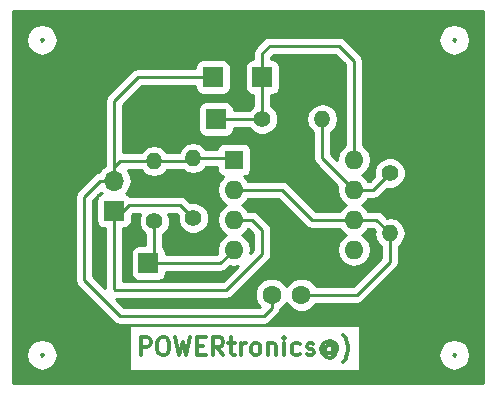
<source format=gbr>
G04 #@! TF.FileFunction,Copper,L2,Bot,Signal*
%FSLAX46Y46*%
G04 Gerber Fmt 4.6, Leading zero omitted, Abs format (unit mm)*
G04 Created by KiCad (PCBNEW 4.0.5) date 11/10/19 13:48:04*
%MOMM*%
%LPD*%
G01*
G04 APERTURE LIST*
%ADD10C,0.100000*%
%ADD11C,0.300000*%
%ADD12C,1.600000*%
%ADD13R,1.700000X1.700000*%
%ADD14C,1.400000*%
%ADD15O,1.400000X1.400000*%
%ADD16O,1.700000X1.700000*%
%ADD17R,1.600000X1.600000*%
%ADD18O,1.600000X1.600000*%
%ADD19C,0.250000*%
%ADD20C,0.254000*%
G04 APERTURE END LIST*
D10*
D11*
X141074286Y-121963571D02*
X141074286Y-120463571D01*
X141645714Y-120463571D01*
X141788572Y-120535000D01*
X141860000Y-120606429D01*
X141931429Y-120749286D01*
X141931429Y-120963571D01*
X141860000Y-121106429D01*
X141788572Y-121177857D01*
X141645714Y-121249286D01*
X141074286Y-121249286D01*
X142860000Y-120463571D02*
X143145714Y-120463571D01*
X143288572Y-120535000D01*
X143431429Y-120677857D01*
X143502857Y-120963571D01*
X143502857Y-121463571D01*
X143431429Y-121749286D01*
X143288572Y-121892143D01*
X143145714Y-121963571D01*
X142860000Y-121963571D01*
X142717143Y-121892143D01*
X142574286Y-121749286D01*
X142502857Y-121463571D01*
X142502857Y-120963571D01*
X142574286Y-120677857D01*
X142717143Y-120535000D01*
X142860000Y-120463571D01*
X144002858Y-120463571D02*
X144360001Y-121963571D01*
X144645715Y-120892143D01*
X144931429Y-121963571D01*
X145288572Y-120463571D01*
X145860001Y-121177857D02*
X146360001Y-121177857D01*
X146574287Y-121963571D02*
X145860001Y-121963571D01*
X145860001Y-120463571D01*
X146574287Y-120463571D01*
X148074287Y-121963571D02*
X147574287Y-121249286D01*
X147217144Y-121963571D02*
X147217144Y-120463571D01*
X147788572Y-120463571D01*
X147931430Y-120535000D01*
X148002858Y-120606429D01*
X148074287Y-120749286D01*
X148074287Y-120963571D01*
X148002858Y-121106429D01*
X147931430Y-121177857D01*
X147788572Y-121249286D01*
X147217144Y-121249286D01*
X148502858Y-120963571D02*
X149074287Y-120963571D01*
X148717144Y-120463571D02*
X148717144Y-121749286D01*
X148788572Y-121892143D01*
X148931430Y-121963571D01*
X149074287Y-121963571D01*
X149574287Y-121963571D02*
X149574287Y-120963571D01*
X149574287Y-121249286D02*
X149645715Y-121106429D01*
X149717144Y-121035000D01*
X149860001Y-120963571D01*
X150002858Y-120963571D01*
X150717144Y-121963571D02*
X150574286Y-121892143D01*
X150502858Y-121820714D01*
X150431429Y-121677857D01*
X150431429Y-121249286D01*
X150502858Y-121106429D01*
X150574286Y-121035000D01*
X150717144Y-120963571D01*
X150931429Y-120963571D01*
X151074286Y-121035000D01*
X151145715Y-121106429D01*
X151217144Y-121249286D01*
X151217144Y-121677857D01*
X151145715Y-121820714D01*
X151074286Y-121892143D01*
X150931429Y-121963571D01*
X150717144Y-121963571D01*
X151860001Y-120963571D02*
X151860001Y-121963571D01*
X151860001Y-121106429D02*
X151931429Y-121035000D01*
X152074287Y-120963571D01*
X152288572Y-120963571D01*
X152431429Y-121035000D01*
X152502858Y-121177857D01*
X152502858Y-121963571D01*
X153217144Y-121963571D02*
X153217144Y-120963571D01*
X153217144Y-120463571D02*
X153145715Y-120535000D01*
X153217144Y-120606429D01*
X153288572Y-120535000D01*
X153217144Y-120463571D01*
X153217144Y-120606429D01*
X154574287Y-121892143D02*
X154431430Y-121963571D01*
X154145716Y-121963571D01*
X154002858Y-121892143D01*
X153931430Y-121820714D01*
X153860001Y-121677857D01*
X153860001Y-121249286D01*
X153931430Y-121106429D01*
X154002858Y-121035000D01*
X154145716Y-120963571D01*
X154431430Y-120963571D01*
X154574287Y-121035000D01*
X155145715Y-121892143D02*
X155288572Y-121963571D01*
X155574287Y-121963571D01*
X155717144Y-121892143D01*
X155788572Y-121749286D01*
X155788572Y-121677857D01*
X155717144Y-121535000D01*
X155574287Y-121463571D01*
X155360001Y-121463571D01*
X155217144Y-121392143D01*
X155145715Y-121249286D01*
X155145715Y-121177857D01*
X155217144Y-121035000D01*
X155360001Y-120963571D01*
X155574287Y-120963571D01*
X155717144Y-121035000D01*
X157360001Y-121249286D02*
X157288573Y-121177857D01*
X157145716Y-121106429D01*
X157002858Y-121106429D01*
X156860001Y-121177857D01*
X156788573Y-121249286D01*
X156717144Y-121392143D01*
X156717144Y-121535000D01*
X156788573Y-121677857D01*
X156860001Y-121749286D01*
X157002858Y-121820714D01*
X157145716Y-121820714D01*
X157288573Y-121749286D01*
X157360001Y-121677857D01*
X157360001Y-121106429D02*
X157360001Y-121677857D01*
X157431430Y-121749286D01*
X157502858Y-121749286D01*
X157645716Y-121677857D01*
X157717144Y-121535000D01*
X157717144Y-121177857D01*
X157574287Y-120963571D01*
X157360001Y-120820714D01*
X157074287Y-120749286D01*
X156788573Y-120820714D01*
X156574287Y-120963571D01*
X156431430Y-121177857D01*
X156360001Y-121463571D01*
X156431430Y-121749286D01*
X156574287Y-121963571D01*
X156788573Y-122106429D01*
X157074287Y-122177857D01*
X157360001Y-122106429D01*
X157574287Y-121963571D01*
X158217144Y-122535000D02*
X158288572Y-122463571D01*
X158431429Y-122249286D01*
X158502858Y-122106429D01*
X158574287Y-121892143D01*
X158645715Y-121535000D01*
X158645715Y-121249286D01*
X158574287Y-120892143D01*
X158502858Y-120677857D01*
X158431429Y-120535000D01*
X158288572Y-120320714D01*
X158217144Y-120249286D01*
D12*
X154686000Y-116840000D03*
X152186000Y-116840000D03*
D13*
X147193000Y-98425000D03*
X141732000Y-114173000D03*
X147447000Y-101981000D03*
D14*
X151384000Y-101981000D03*
D15*
X156464000Y-101981000D03*
D14*
X142240000Y-110617000D03*
D15*
X142240000Y-105537000D03*
D14*
X162179000Y-106553000D03*
D15*
X162179000Y-111633000D03*
D14*
X145542000Y-110363000D03*
D15*
X145542000Y-105283000D03*
D13*
X138811000Y-109728000D03*
D16*
X138811000Y-107188000D03*
D17*
X148971000Y-105410000D03*
D18*
X159131000Y-113030000D03*
X148971000Y-107950000D03*
X159131000Y-110490000D03*
X148971000Y-110490000D03*
X159131000Y-107950000D03*
X148971000Y-113030000D03*
X159131000Y-105410000D03*
D13*
X151384000Y-98425000D03*
D19*
X154686000Y-116840000D02*
X159385000Y-116840000D01*
X162179000Y-114046000D02*
X162179000Y-111633000D01*
X159385000Y-116840000D02*
X162179000Y-114046000D01*
X148971000Y-107950000D02*
X153035000Y-107950000D01*
X155575000Y-110490000D02*
X159131000Y-110490000D01*
X153035000Y-107950000D02*
X155575000Y-110490000D01*
X159131000Y-110490000D02*
X161036000Y-110490000D01*
X161036000Y-110490000D02*
X162179000Y-111633000D01*
X152186000Y-116840000D02*
X152186000Y-117943000D01*
X137668000Y-107188000D02*
X138811000Y-107188000D01*
X136271000Y-108585000D02*
X137668000Y-107188000D01*
X136271000Y-115570000D02*
X136271000Y-108585000D01*
X139319000Y-118618000D02*
X136271000Y-115570000D01*
X151511000Y-118618000D02*
X139319000Y-118618000D01*
X152186000Y-117943000D02*
X151511000Y-118618000D01*
X147193000Y-98425000D02*
X140843000Y-98425000D01*
X138811000Y-100457000D02*
X138811000Y-107188000D01*
X140843000Y-98425000D02*
X138811000Y-100457000D01*
X138811000Y-107188000D02*
X138811000Y-106045000D01*
X139319000Y-105537000D02*
X142240000Y-105537000D01*
X138811000Y-106045000D02*
X139319000Y-105537000D01*
X142240000Y-105537000D02*
X145288000Y-105537000D01*
X145288000Y-105537000D02*
X145542000Y-105283000D01*
X145542000Y-105283000D02*
X148844000Y-105283000D01*
X148844000Y-105283000D02*
X148971000Y-105410000D01*
X142240000Y-110617000D02*
X142240000Y-113665000D01*
X142240000Y-113665000D02*
X141732000Y-114173000D01*
X141732000Y-114173000D02*
X147828000Y-114173000D01*
X147828000Y-114173000D02*
X148971000Y-113030000D01*
X156464000Y-101981000D02*
X156464000Y-105283000D01*
X156464000Y-105283000D02*
X159131000Y-107950000D01*
X159131000Y-107950000D02*
X160782000Y-107950000D01*
X160782000Y-107950000D02*
X162179000Y-106553000D01*
X138811000Y-109728000D02*
X139573000Y-109728000D01*
X139573000Y-109728000D02*
X140081000Y-109220000D01*
X144399000Y-109220000D02*
X145542000Y-110363000D01*
X140081000Y-109220000D02*
X144399000Y-109220000D01*
X138811000Y-109728000D02*
X138811000Y-116332000D01*
X150495000Y-110490000D02*
X148971000Y-110490000D01*
X151384000Y-111379000D02*
X150495000Y-110490000D01*
X151384000Y-113411000D02*
X151384000Y-111379000D01*
X148336000Y-116459000D02*
X151384000Y-113411000D01*
X138938000Y-116459000D02*
X148336000Y-116459000D01*
X138811000Y-116332000D02*
X138938000Y-116459000D01*
X147447000Y-101981000D02*
X151384000Y-101981000D01*
X151384000Y-98425000D02*
X151384000Y-96393000D01*
X159131000Y-97028000D02*
X159131000Y-105410000D01*
X157861000Y-95758000D02*
X159131000Y-97028000D01*
X152019000Y-95758000D02*
X157861000Y-95758000D01*
X151384000Y-96393000D02*
X152019000Y-95758000D01*
X151384000Y-98425000D02*
X151384000Y-101981000D01*
D20*
G36*
X170053000Y-124333000D02*
X130302000Y-124333000D01*
X130302000Y-121920000D01*
X131370000Y-121920000D01*
X131472382Y-122434709D01*
X131763941Y-122871059D01*
X132200291Y-123162618D01*
X132715000Y-123265000D01*
X133229709Y-123162618D01*
X133666059Y-122871059D01*
X133957618Y-122434709D01*
X134060000Y-121920000D01*
X133957618Y-121405291D01*
X133666059Y-120968941D01*
X133229709Y-120677382D01*
X132715000Y-120575000D01*
X132200291Y-120677382D01*
X131763941Y-120968941D01*
X131472382Y-121405291D01*
X131370000Y-121920000D01*
X130302000Y-121920000D01*
X130302000Y-119450000D01*
X140082143Y-119450000D01*
X140082143Y-123270000D01*
X159637858Y-123270000D01*
X159637858Y-121920000D01*
X166295000Y-121920000D01*
X166397382Y-122434709D01*
X166688941Y-122871059D01*
X167125291Y-123162618D01*
X167640000Y-123265000D01*
X168154709Y-123162618D01*
X168591059Y-122871059D01*
X168882618Y-122434709D01*
X168985000Y-121920000D01*
X168882618Y-121405291D01*
X168591059Y-120968941D01*
X168154709Y-120677382D01*
X167640000Y-120575000D01*
X167125291Y-120677382D01*
X166688941Y-120968941D01*
X166397382Y-121405291D01*
X166295000Y-121920000D01*
X159637858Y-121920000D01*
X159637858Y-119450000D01*
X140082143Y-119450000D01*
X130302000Y-119450000D01*
X130302000Y-108585000D01*
X135511000Y-108585000D01*
X135511000Y-115570000D01*
X135568852Y-115860839D01*
X135733599Y-116107401D01*
X138781599Y-119155401D01*
X139028161Y-119320148D01*
X139319000Y-119378000D01*
X151511000Y-119378000D01*
X151801839Y-119320148D01*
X152048401Y-119155401D01*
X152723401Y-118480401D01*
X152888148Y-118233839D01*
X152916602Y-118090793D01*
X152997800Y-118057243D01*
X153401824Y-117653923D01*
X153435813Y-117572069D01*
X153468757Y-117651800D01*
X153872077Y-118055824D01*
X154399309Y-118274750D01*
X154970187Y-118275248D01*
X155497800Y-118057243D01*
X155901824Y-117653923D01*
X155924215Y-117600000D01*
X159385000Y-117600000D01*
X159675839Y-117542148D01*
X159922401Y-117377401D01*
X162716401Y-114583401D01*
X162881148Y-114336839D01*
X162939000Y-114046000D01*
X162939000Y-112726078D01*
X163122988Y-112603142D01*
X163412379Y-112170036D01*
X163514000Y-111659154D01*
X163514000Y-111606846D01*
X163412379Y-111095964D01*
X163122988Y-110662858D01*
X162689882Y-110373467D01*
X162179000Y-110271846D01*
X161940157Y-110319355D01*
X161573401Y-109952599D01*
X161326839Y-109787852D01*
X161036000Y-109730000D01*
X160343995Y-109730000D01*
X160173811Y-109475302D01*
X159791725Y-109220000D01*
X160173811Y-108964698D01*
X160343995Y-108710000D01*
X160782000Y-108710000D01*
X161072839Y-108652148D01*
X161319401Y-108487401D01*
X161919028Y-107887774D01*
X162443383Y-107888231D01*
X162934229Y-107685418D01*
X163310098Y-107310204D01*
X163513768Y-106819713D01*
X163514231Y-106288617D01*
X163311418Y-105797771D01*
X162936204Y-105421902D01*
X162445713Y-105218232D01*
X161914617Y-105217769D01*
X161423771Y-105420582D01*
X161047902Y-105795796D01*
X160844232Y-106286287D01*
X160843772Y-106813426D01*
X160467198Y-107190000D01*
X160343995Y-107190000D01*
X160173811Y-106935302D01*
X159791725Y-106680000D01*
X160173811Y-106424698D01*
X160484880Y-105959151D01*
X160594113Y-105410000D01*
X160484880Y-104860849D01*
X160173811Y-104395302D01*
X159891000Y-104206333D01*
X159891000Y-97028000D01*
X159833148Y-96737160D01*
X159668401Y-96490599D01*
X158427802Y-95250000D01*
X166295000Y-95250000D01*
X166397382Y-95764709D01*
X166688941Y-96201059D01*
X167125291Y-96492618D01*
X167640000Y-96595000D01*
X168154709Y-96492618D01*
X168591059Y-96201059D01*
X168882618Y-95764709D01*
X168985000Y-95250000D01*
X168882618Y-94735291D01*
X168591059Y-94298941D01*
X168154709Y-94007382D01*
X167640000Y-93905000D01*
X167125291Y-94007382D01*
X166688941Y-94298941D01*
X166397382Y-94735291D01*
X166295000Y-95250000D01*
X158427802Y-95250000D01*
X158398401Y-95220599D01*
X158151839Y-95055852D01*
X157861000Y-94998000D01*
X152019000Y-94998000D01*
X151728161Y-95055852D01*
X151481599Y-95220599D01*
X150846599Y-95855599D01*
X150681852Y-96102161D01*
X150624000Y-96393000D01*
X150624000Y-96927560D01*
X150534000Y-96927560D01*
X150298683Y-96971838D01*
X150082559Y-97110910D01*
X149937569Y-97323110D01*
X149886560Y-97575000D01*
X149886560Y-99275000D01*
X149930838Y-99510317D01*
X150069910Y-99726441D01*
X150282110Y-99871431D01*
X150534000Y-99922440D01*
X150624000Y-99922440D01*
X150624000Y-100853345D01*
X150255703Y-101221000D01*
X148944440Y-101221000D01*
X148944440Y-101131000D01*
X148900162Y-100895683D01*
X148761090Y-100679559D01*
X148548890Y-100534569D01*
X148297000Y-100483560D01*
X146597000Y-100483560D01*
X146361683Y-100527838D01*
X146145559Y-100666910D01*
X146000569Y-100879110D01*
X145949560Y-101131000D01*
X145949560Y-102831000D01*
X145993838Y-103066317D01*
X146132910Y-103282441D01*
X146345110Y-103427431D01*
X146597000Y-103478440D01*
X148297000Y-103478440D01*
X148532317Y-103434162D01*
X148748441Y-103295090D01*
X148893431Y-103082890D01*
X148944440Y-102831000D01*
X148944440Y-102741000D01*
X150256345Y-102741000D01*
X150626796Y-103112098D01*
X151117287Y-103315768D01*
X151648383Y-103316231D01*
X152139229Y-103113418D01*
X152515098Y-102738204D01*
X152718768Y-102247713D01*
X152719231Y-101716617D01*
X152516418Y-101225771D01*
X152144000Y-100852703D01*
X152144000Y-99922440D01*
X152234000Y-99922440D01*
X152469317Y-99878162D01*
X152685441Y-99739090D01*
X152830431Y-99526890D01*
X152881440Y-99275000D01*
X152881440Y-97575000D01*
X152837162Y-97339683D01*
X152698090Y-97123559D01*
X152485890Y-96978569D01*
X152234000Y-96927560D01*
X152144000Y-96927560D01*
X152144000Y-96707802D01*
X152333802Y-96518000D01*
X157546198Y-96518000D01*
X158371000Y-97342802D01*
X158371000Y-104206333D01*
X158088189Y-104395302D01*
X157777120Y-104860849D01*
X157667887Y-105410000D01*
X157668405Y-105412603D01*
X157224000Y-104968198D01*
X157224000Y-103065400D01*
X157434142Y-102924988D01*
X157723533Y-102491882D01*
X157825154Y-101981000D01*
X157723533Y-101470118D01*
X157434142Y-101037012D01*
X157001036Y-100747621D01*
X156490154Y-100646000D01*
X156437846Y-100646000D01*
X155926964Y-100747621D01*
X155493858Y-101037012D01*
X155204467Y-101470118D01*
X155102846Y-101981000D01*
X155204467Y-102491882D01*
X155493858Y-102924988D01*
X155704000Y-103065400D01*
X155704000Y-105283000D01*
X155761852Y-105573839D01*
X155926599Y-105820401D01*
X157732312Y-107626114D01*
X157667887Y-107950000D01*
X157777120Y-108499151D01*
X158088189Y-108964698D01*
X158470275Y-109220000D01*
X158088189Y-109475302D01*
X157918005Y-109730000D01*
X155889802Y-109730000D01*
X153572401Y-107412599D01*
X153325839Y-107247852D01*
X153035000Y-107190000D01*
X150183995Y-107190000D01*
X150013811Y-106935302D01*
X149869535Y-106838899D01*
X150006317Y-106813162D01*
X150222441Y-106674090D01*
X150367431Y-106461890D01*
X150418440Y-106210000D01*
X150418440Y-104610000D01*
X150374162Y-104374683D01*
X150235090Y-104158559D01*
X150022890Y-104013569D01*
X149771000Y-103962560D01*
X148171000Y-103962560D01*
X147935683Y-104006838D01*
X147719559Y-104145910D01*
X147574569Y-104358110D01*
X147541178Y-104523000D01*
X146626400Y-104523000D01*
X146485988Y-104312858D01*
X146052882Y-104023467D01*
X145542000Y-103921846D01*
X145031118Y-104023467D01*
X144598012Y-104312858D01*
X144308621Y-104745964D01*
X144302448Y-104777000D01*
X143324400Y-104777000D01*
X143183988Y-104566858D01*
X142750882Y-104277467D01*
X142240000Y-104175846D01*
X141729118Y-104277467D01*
X141296012Y-104566858D01*
X141155600Y-104777000D01*
X139571000Y-104777000D01*
X139571000Y-100771802D01*
X141157802Y-99185000D01*
X145695560Y-99185000D01*
X145695560Y-99275000D01*
X145739838Y-99510317D01*
X145878910Y-99726441D01*
X146091110Y-99871431D01*
X146343000Y-99922440D01*
X148043000Y-99922440D01*
X148278317Y-99878162D01*
X148494441Y-99739090D01*
X148639431Y-99526890D01*
X148690440Y-99275000D01*
X148690440Y-97575000D01*
X148646162Y-97339683D01*
X148507090Y-97123559D01*
X148294890Y-96978569D01*
X148043000Y-96927560D01*
X146343000Y-96927560D01*
X146107683Y-96971838D01*
X145891559Y-97110910D01*
X145746569Y-97323110D01*
X145695560Y-97575000D01*
X145695560Y-97665000D01*
X140843000Y-97665000D01*
X140552161Y-97722852D01*
X140305599Y-97887599D01*
X138273599Y-99919599D01*
X138108852Y-100166161D01*
X138051000Y-100457000D01*
X138051000Y-105924699D01*
X137731853Y-106137946D01*
X137518126Y-106457812D01*
X137377160Y-106485852D01*
X137130599Y-106650599D01*
X135733599Y-108047599D01*
X135568852Y-108294161D01*
X135511000Y-108585000D01*
X130302000Y-108585000D01*
X130302000Y-95250000D01*
X131370000Y-95250000D01*
X131472382Y-95764709D01*
X131763941Y-96201059D01*
X132200291Y-96492618D01*
X132715000Y-96595000D01*
X133229709Y-96492618D01*
X133666059Y-96201059D01*
X133957618Y-95764709D01*
X134060000Y-95250000D01*
X133957618Y-94735291D01*
X133666059Y-94298941D01*
X133229709Y-94007382D01*
X132715000Y-93905000D01*
X132200291Y-94007382D01*
X131763941Y-94298941D01*
X131472382Y-94735291D01*
X131370000Y-95250000D01*
X130302000Y-95250000D01*
X130302000Y-92837000D01*
X170053000Y-92837000D01*
X170053000Y-124333000D01*
X170053000Y-124333000D01*
G37*
X170053000Y-124333000D02*
X130302000Y-124333000D01*
X130302000Y-121920000D01*
X131370000Y-121920000D01*
X131472382Y-122434709D01*
X131763941Y-122871059D01*
X132200291Y-123162618D01*
X132715000Y-123265000D01*
X133229709Y-123162618D01*
X133666059Y-122871059D01*
X133957618Y-122434709D01*
X134060000Y-121920000D01*
X133957618Y-121405291D01*
X133666059Y-120968941D01*
X133229709Y-120677382D01*
X132715000Y-120575000D01*
X132200291Y-120677382D01*
X131763941Y-120968941D01*
X131472382Y-121405291D01*
X131370000Y-121920000D01*
X130302000Y-121920000D01*
X130302000Y-119450000D01*
X140082143Y-119450000D01*
X140082143Y-123270000D01*
X159637858Y-123270000D01*
X159637858Y-121920000D01*
X166295000Y-121920000D01*
X166397382Y-122434709D01*
X166688941Y-122871059D01*
X167125291Y-123162618D01*
X167640000Y-123265000D01*
X168154709Y-123162618D01*
X168591059Y-122871059D01*
X168882618Y-122434709D01*
X168985000Y-121920000D01*
X168882618Y-121405291D01*
X168591059Y-120968941D01*
X168154709Y-120677382D01*
X167640000Y-120575000D01*
X167125291Y-120677382D01*
X166688941Y-120968941D01*
X166397382Y-121405291D01*
X166295000Y-121920000D01*
X159637858Y-121920000D01*
X159637858Y-119450000D01*
X140082143Y-119450000D01*
X130302000Y-119450000D01*
X130302000Y-108585000D01*
X135511000Y-108585000D01*
X135511000Y-115570000D01*
X135568852Y-115860839D01*
X135733599Y-116107401D01*
X138781599Y-119155401D01*
X139028161Y-119320148D01*
X139319000Y-119378000D01*
X151511000Y-119378000D01*
X151801839Y-119320148D01*
X152048401Y-119155401D01*
X152723401Y-118480401D01*
X152888148Y-118233839D01*
X152916602Y-118090793D01*
X152997800Y-118057243D01*
X153401824Y-117653923D01*
X153435813Y-117572069D01*
X153468757Y-117651800D01*
X153872077Y-118055824D01*
X154399309Y-118274750D01*
X154970187Y-118275248D01*
X155497800Y-118057243D01*
X155901824Y-117653923D01*
X155924215Y-117600000D01*
X159385000Y-117600000D01*
X159675839Y-117542148D01*
X159922401Y-117377401D01*
X162716401Y-114583401D01*
X162881148Y-114336839D01*
X162939000Y-114046000D01*
X162939000Y-112726078D01*
X163122988Y-112603142D01*
X163412379Y-112170036D01*
X163514000Y-111659154D01*
X163514000Y-111606846D01*
X163412379Y-111095964D01*
X163122988Y-110662858D01*
X162689882Y-110373467D01*
X162179000Y-110271846D01*
X161940157Y-110319355D01*
X161573401Y-109952599D01*
X161326839Y-109787852D01*
X161036000Y-109730000D01*
X160343995Y-109730000D01*
X160173811Y-109475302D01*
X159791725Y-109220000D01*
X160173811Y-108964698D01*
X160343995Y-108710000D01*
X160782000Y-108710000D01*
X161072839Y-108652148D01*
X161319401Y-108487401D01*
X161919028Y-107887774D01*
X162443383Y-107888231D01*
X162934229Y-107685418D01*
X163310098Y-107310204D01*
X163513768Y-106819713D01*
X163514231Y-106288617D01*
X163311418Y-105797771D01*
X162936204Y-105421902D01*
X162445713Y-105218232D01*
X161914617Y-105217769D01*
X161423771Y-105420582D01*
X161047902Y-105795796D01*
X160844232Y-106286287D01*
X160843772Y-106813426D01*
X160467198Y-107190000D01*
X160343995Y-107190000D01*
X160173811Y-106935302D01*
X159791725Y-106680000D01*
X160173811Y-106424698D01*
X160484880Y-105959151D01*
X160594113Y-105410000D01*
X160484880Y-104860849D01*
X160173811Y-104395302D01*
X159891000Y-104206333D01*
X159891000Y-97028000D01*
X159833148Y-96737160D01*
X159668401Y-96490599D01*
X158427802Y-95250000D01*
X166295000Y-95250000D01*
X166397382Y-95764709D01*
X166688941Y-96201059D01*
X167125291Y-96492618D01*
X167640000Y-96595000D01*
X168154709Y-96492618D01*
X168591059Y-96201059D01*
X168882618Y-95764709D01*
X168985000Y-95250000D01*
X168882618Y-94735291D01*
X168591059Y-94298941D01*
X168154709Y-94007382D01*
X167640000Y-93905000D01*
X167125291Y-94007382D01*
X166688941Y-94298941D01*
X166397382Y-94735291D01*
X166295000Y-95250000D01*
X158427802Y-95250000D01*
X158398401Y-95220599D01*
X158151839Y-95055852D01*
X157861000Y-94998000D01*
X152019000Y-94998000D01*
X151728161Y-95055852D01*
X151481599Y-95220599D01*
X150846599Y-95855599D01*
X150681852Y-96102161D01*
X150624000Y-96393000D01*
X150624000Y-96927560D01*
X150534000Y-96927560D01*
X150298683Y-96971838D01*
X150082559Y-97110910D01*
X149937569Y-97323110D01*
X149886560Y-97575000D01*
X149886560Y-99275000D01*
X149930838Y-99510317D01*
X150069910Y-99726441D01*
X150282110Y-99871431D01*
X150534000Y-99922440D01*
X150624000Y-99922440D01*
X150624000Y-100853345D01*
X150255703Y-101221000D01*
X148944440Y-101221000D01*
X148944440Y-101131000D01*
X148900162Y-100895683D01*
X148761090Y-100679559D01*
X148548890Y-100534569D01*
X148297000Y-100483560D01*
X146597000Y-100483560D01*
X146361683Y-100527838D01*
X146145559Y-100666910D01*
X146000569Y-100879110D01*
X145949560Y-101131000D01*
X145949560Y-102831000D01*
X145993838Y-103066317D01*
X146132910Y-103282441D01*
X146345110Y-103427431D01*
X146597000Y-103478440D01*
X148297000Y-103478440D01*
X148532317Y-103434162D01*
X148748441Y-103295090D01*
X148893431Y-103082890D01*
X148944440Y-102831000D01*
X148944440Y-102741000D01*
X150256345Y-102741000D01*
X150626796Y-103112098D01*
X151117287Y-103315768D01*
X151648383Y-103316231D01*
X152139229Y-103113418D01*
X152515098Y-102738204D01*
X152718768Y-102247713D01*
X152719231Y-101716617D01*
X152516418Y-101225771D01*
X152144000Y-100852703D01*
X152144000Y-99922440D01*
X152234000Y-99922440D01*
X152469317Y-99878162D01*
X152685441Y-99739090D01*
X152830431Y-99526890D01*
X152881440Y-99275000D01*
X152881440Y-97575000D01*
X152837162Y-97339683D01*
X152698090Y-97123559D01*
X152485890Y-96978569D01*
X152234000Y-96927560D01*
X152144000Y-96927560D01*
X152144000Y-96707802D01*
X152333802Y-96518000D01*
X157546198Y-96518000D01*
X158371000Y-97342802D01*
X158371000Y-104206333D01*
X158088189Y-104395302D01*
X157777120Y-104860849D01*
X157667887Y-105410000D01*
X157668405Y-105412603D01*
X157224000Y-104968198D01*
X157224000Y-103065400D01*
X157434142Y-102924988D01*
X157723533Y-102491882D01*
X157825154Y-101981000D01*
X157723533Y-101470118D01*
X157434142Y-101037012D01*
X157001036Y-100747621D01*
X156490154Y-100646000D01*
X156437846Y-100646000D01*
X155926964Y-100747621D01*
X155493858Y-101037012D01*
X155204467Y-101470118D01*
X155102846Y-101981000D01*
X155204467Y-102491882D01*
X155493858Y-102924988D01*
X155704000Y-103065400D01*
X155704000Y-105283000D01*
X155761852Y-105573839D01*
X155926599Y-105820401D01*
X157732312Y-107626114D01*
X157667887Y-107950000D01*
X157777120Y-108499151D01*
X158088189Y-108964698D01*
X158470275Y-109220000D01*
X158088189Y-109475302D01*
X157918005Y-109730000D01*
X155889802Y-109730000D01*
X153572401Y-107412599D01*
X153325839Y-107247852D01*
X153035000Y-107190000D01*
X150183995Y-107190000D01*
X150013811Y-106935302D01*
X149869535Y-106838899D01*
X150006317Y-106813162D01*
X150222441Y-106674090D01*
X150367431Y-106461890D01*
X150418440Y-106210000D01*
X150418440Y-104610000D01*
X150374162Y-104374683D01*
X150235090Y-104158559D01*
X150022890Y-104013569D01*
X149771000Y-103962560D01*
X148171000Y-103962560D01*
X147935683Y-104006838D01*
X147719559Y-104145910D01*
X147574569Y-104358110D01*
X147541178Y-104523000D01*
X146626400Y-104523000D01*
X146485988Y-104312858D01*
X146052882Y-104023467D01*
X145542000Y-103921846D01*
X145031118Y-104023467D01*
X144598012Y-104312858D01*
X144308621Y-104745964D01*
X144302448Y-104777000D01*
X143324400Y-104777000D01*
X143183988Y-104566858D01*
X142750882Y-104277467D01*
X142240000Y-104175846D01*
X141729118Y-104277467D01*
X141296012Y-104566858D01*
X141155600Y-104777000D01*
X139571000Y-104777000D01*
X139571000Y-100771802D01*
X141157802Y-99185000D01*
X145695560Y-99185000D01*
X145695560Y-99275000D01*
X145739838Y-99510317D01*
X145878910Y-99726441D01*
X146091110Y-99871431D01*
X146343000Y-99922440D01*
X148043000Y-99922440D01*
X148278317Y-99878162D01*
X148494441Y-99739090D01*
X148639431Y-99526890D01*
X148690440Y-99275000D01*
X148690440Y-97575000D01*
X148646162Y-97339683D01*
X148507090Y-97123559D01*
X148294890Y-96978569D01*
X148043000Y-96927560D01*
X146343000Y-96927560D01*
X146107683Y-96971838D01*
X145891559Y-97110910D01*
X145746569Y-97323110D01*
X145695560Y-97575000D01*
X145695560Y-97665000D01*
X140843000Y-97665000D01*
X140552161Y-97722852D01*
X140305599Y-97887599D01*
X138273599Y-99919599D01*
X138108852Y-100166161D01*
X138051000Y-100457000D01*
X138051000Y-105924699D01*
X137731853Y-106137946D01*
X137518126Y-106457812D01*
X137377160Y-106485852D01*
X137130599Y-106650599D01*
X135733599Y-108047599D01*
X135568852Y-108294161D01*
X135511000Y-108585000D01*
X130302000Y-108585000D01*
X130302000Y-95250000D01*
X131370000Y-95250000D01*
X131472382Y-95764709D01*
X131763941Y-96201059D01*
X132200291Y-96492618D01*
X132715000Y-96595000D01*
X133229709Y-96492618D01*
X133666059Y-96201059D01*
X133957618Y-95764709D01*
X134060000Y-95250000D01*
X133957618Y-94735291D01*
X133666059Y-94298941D01*
X133229709Y-94007382D01*
X132715000Y-93905000D01*
X132200291Y-94007382D01*
X131763941Y-94298941D01*
X131472382Y-94735291D01*
X131370000Y-95250000D01*
X130302000Y-95250000D01*
X130302000Y-92837000D01*
X170053000Y-92837000D01*
X170053000Y-124333000D01*
G36*
X167668701Y-121850709D02*
X167693033Y-121866967D01*
X167709291Y-121891299D01*
X167715000Y-121920000D01*
X167709291Y-121948701D01*
X167693033Y-121973033D01*
X167668701Y-121989291D01*
X167640000Y-121995000D01*
X167611299Y-121989291D01*
X167586967Y-121973033D01*
X167570709Y-121948701D01*
X167565000Y-121920000D01*
X167570709Y-121891299D01*
X167586967Y-121866967D01*
X167611299Y-121850709D01*
X167640000Y-121845000D01*
X167668701Y-121850709D01*
X167668701Y-121850709D01*
G37*
X167668701Y-121850709D02*
X167693033Y-121866967D01*
X167709291Y-121891299D01*
X167715000Y-121920000D01*
X167709291Y-121948701D01*
X167693033Y-121973033D01*
X167668701Y-121989291D01*
X167640000Y-121995000D01*
X167611299Y-121989291D01*
X167586967Y-121973033D01*
X167570709Y-121948701D01*
X167565000Y-121920000D01*
X167570709Y-121891299D01*
X167586967Y-121866967D01*
X167611299Y-121850709D01*
X167640000Y-121845000D01*
X167668701Y-121850709D01*
G36*
X132743701Y-121850709D02*
X132768033Y-121866967D01*
X132784291Y-121891299D01*
X132790000Y-121920000D01*
X132784291Y-121948701D01*
X132768033Y-121973033D01*
X132743701Y-121989291D01*
X132715000Y-121995000D01*
X132686299Y-121989291D01*
X132661967Y-121973033D01*
X132645709Y-121948701D01*
X132640000Y-121920000D01*
X132645709Y-121891299D01*
X132661967Y-121866967D01*
X132686299Y-121850709D01*
X132715000Y-121845000D01*
X132743701Y-121850709D01*
X132743701Y-121850709D01*
G37*
X132743701Y-121850709D02*
X132768033Y-121866967D01*
X132784291Y-121891299D01*
X132790000Y-121920000D01*
X132784291Y-121948701D01*
X132768033Y-121973033D01*
X132743701Y-121989291D01*
X132715000Y-121995000D01*
X132686299Y-121989291D01*
X132661967Y-121973033D01*
X132645709Y-121948701D01*
X132640000Y-121920000D01*
X132645709Y-121891299D01*
X132661967Y-121866967D01*
X132686299Y-121850709D01*
X132715000Y-121845000D01*
X132743701Y-121850709D01*
G36*
X155037599Y-111027401D02*
X155284160Y-111192148D01*
X155332414Y-111201746D01*
X155575000Y-111250000D01*
X157918005Y-111250000D01*
X158088189Y-111504698D01*
X158470275Y-111760000D01*
X158088189Y-112015302D01*
X157777120Y-112480849D01*
X157667887Y-113030000D01*
X157777120Y-113579151D01*
X158088189Y-114044698D01*
X158553736Y-114355767D01*
X159102887Y-114465000D01*
X159159113Y-114465000D01*
X159708264Y-114355767D01*
X160173811Y-114044698D01*
X160484880Y-113579151D01*
X160594113Y-113030000D01*
X160484880Y-112480849D01*
X160173811Y-112015302D01*
X159791725Y-111760000D01*
X160173811Y-111504698D01*
X160343995Y-111250000D01*
X160721198Y-111250000D01*
X160882830Y-111411632D01*
X160844000Y-111606846D01*
X160844000Y-111659154D01*
X160945621Y-112170036D01*
X161235012Y-112603142D01*
X161419000Y-112726078D01*
X161419000Y-113731198D01*
X159070198Y-116080000D01*
X155924646Y-116080000D01*
X155903243Y-116028200D01*
X155499923Y-115624176D01*
X154972691Y-115405250D01*
X154401813Y-115404752D01*
X153874200Y-115622757D01*
X153470176Y-116026077D01*
X153436187Y-116107931D01*
X153403243Y-116028200D01*
X152999923Y-115624176D01*
X152472691Y-115405250D01*
X151901813Y-115404752D01*
X151374200Y-115622757D01*
X150970176Y-116026077D01*
X150751250Y-116553309D01*
X150750752Y-117124187D01*
X150968757Y-117651800D01*
X151174598Y-117858000D01*
X139633802Y-117858000D01*
X138994802Y-117219000D01*
X148336000Y-117219000D01*
X148626839Y-117161148D01*
X148873401Y-116996401D01*
X151921401Y-113948401D01*
X152086148Y-113701839D01*
X152144000Y-113411000D01*
X152144000Y-111379000D01*
X152086148Y-111088161D01*
X151921401Y-110841599D01*
X151032401Y-109952599D01*
X150785839Y-109787852D01*
X150495000Y-109730000D01*
X150183995Y-109730000D01*
X150013811Y-109475302D01*
X149631725Y-109220000D01*
X150013811Y-108964698D01*
X150183995Y-108710000D01*
X152720198Y-108710000D01*
X155037599Y-111027401D01*
X155037599Y-111027401D01*
G37*
X155037599Y-111027401D02*
X155284160Y-111192148D01*
X155332414Y-111201746D01*
X155575000Y-111250000D01*
X157918005Y-111250000D01*
X158088189Y-111504698D01*
X158470275Y-111760000D01*
X158088189Y-112015302D01*
X157777120Y-112480849D01*
X157667887Y-113030000D01*
X157777120Y-113579151D01*
X158088189Y-114044698D01*
X158553736Y-114355767D01*
X159102887Y-114465000D01*
X159159113Y-114465000D01*
X159708264Y-114355767D01*
X160173811Y-114044698D01*
X160484880Y-113579151D01*
X160594113Y-113030000D01*
X160484880Y-112480849D01*
X160173811Y-112015302D01*
X159791725Y-111760000D01*
X160173811Y-111504698D01*
X160343995Y-111250000D01*
X160721198Y-111250000D01*
X160882830Y-111411632D01*
X160844000Y-111606846D01*
X160844000Y-111659154D01*
X160945621Y-112170036D01*
X161235012Y-112603142D01*
X161419000Y-112726078D01*
X161419000Y-113731198D01*
X159070198Y-116080000D01*
X155924646Y-116080000D01*
X155903243Y-116028200D01*
X155499923Y-115624176D01*
X154972691Y-115405250D01*
X154401813Y-115404752D01*
X153874200Y-115622757D01*
X153470176Y-116026077D01*
X153436187Y-116107931D01*
X153403243Y-116028200D01*
X152999923Y-115624176D01*
X152472691Y-115405250D01*
X151901813Y-115404752D01*
X151374200Y-115622757D01*
X150970176Y-116026077D01*
X150751250Y-116553309D01*
X150750752Y-117124187D01*
X150968757Y-117651800D01*
X151174598Y-117858000D01*
X139633802Y-117858000D01*
X138994802Y-117219000D01*
X148336000Y-117219000D01*
X148626839Y-117161148D01*
X148873401Y-116996401D01*
X151921401Y-113948401D01*
X152086148Y-113701839D01*
X152144000Y-113411000D01*
X152144000Y-111379000D01*
X152086148Y-111088161D01*
X151921401Y-110841599D01*
X151032401Y-109952599D01*
X150785839Y-109787852D01*
X150495000Y-109730000D01*
X150183995Y-109730000D01*
X150013811Y-109475302D01*
X149631725Y-109220000D01*
X150013811Y-108964698D01*
X150183995Y-108710000D01*
X152720198Y-108710000D01*
X155037599Y-111027401D01*
G36*
X137364569Y-108626110D02*
X137313560Y-108878000D01*
X137313560Y-110578000D01*
X137357838Y-110813317D01*
X137496910Y-111029441D01*
X137709110Y-111174431D01*
X137961000Y-111225440D01*
X138051000Y-111225440D01*
X138051000Y-116275198D01*
X137031000Y-115255198D01*
X137031000Y-108899802D01*
X137493740Y-108437062D01*
X137364569Y-108626110D01*
X137364569Y-108626110D01*
G37*
X137364569Y-108626110D02*
X137313560Y-108878000D01*
X137313560Y-110578000D01*
X137357838Y-110813317D01*
X137496910Y-111029441D01*
X137709110Y-111174431D01*
X137961000Y-111225440D01*
X138051000Y-111225440D01*
X138051000Y-116275198D01*
X137031000Y-115255198D01*
X137031000Y-108899802D01*
X137493740Y-108437062D01*
X137364569Y-108626110D01*
G36*
X140905232Y-110350287D02*
X140904769Y-110881383D01*
X141107582Y-111372229D01*
X141480000Y-111745297D01*
X141480000Y-112675560D01*
X140882000Y-112675560D01*
X140646683Y-112719838D01*
X140430559Y-112858910D01*
X140285569Y-113071110D01*
X140234560Y-113323000D01*
X140234560Y-115023000D01*
X140278838Y-115258317D01*
X140417910Y-115474441D01*
X140630110Y-115619431D01*
X140882000Y-115670440D01*
X142582000Y-115670440D01*
X142817317Y-115626162D01*
X143033441Y-115487090D01*
X143178431Y-115274890D01*
X143229440Y-115023000D01*
X143229440Y-114933000D01*
X147828000Y-114933000D01*
X148118839Y-114875148D01*
X148365401Y-114710401D01*
X148665898Y-114409904D01*
X148942887Y-114465000D01*
X148999113Y-114465000D01*
X149318785Y-114401413D01*
X148021198Y-115699000D01*
X139571000Y-115699000D01*
X139571000Y-111225440D01*
X139661000Y-111225440D01*
X139896317Y-111181162D01*
X140112441Y-111042090D01*
X140257431Y-110829890D01*
X140308440Y-110578000D01*
X140308440Y-110067362D01*
X140395802Y-109980000D01*
X141058989Y-109980000D01*
X140905232Y-110350287D01*
X140905232Y-110350287D01*
G37*
X140905232Y-110350287D02*
X140904769Y-110881383D01*
X141107582Y-111372229D01*
X141480000Y-111745297D01*
X141480000Y-112675560D01*
X140882000Y-112675560D01*
X140646683Y-112719838D01*
X140430559Y-112858910D01*
X140285569Y-113071110D01*
X140234560Y-113323000D01*
X140234560Y-115023000D01*
X140278838Y-115258317D01*
X140417910Y-115474441D01*
X140630110Y-115619431D01*
X140882000Y-115670440D01*
X142582000Y-115670440D01*
X142817317Y-115626162D01*
X143033441Y-115487090D01*
X143178431Y-115274890D01*
X143229440Y-115023000D01*
X143229440Y-114933000D01*
X147828000Y-114933000D01*
X148118839Y-114875148D01*
X148365401Y-114710401D01*
X148665898Y-114409904D01*
X148942887Y-114465000D01*
X148999113Y-114465000D01*
X149318785Y-114401413D01*
X148021198Y-115699000D01*
X139571000Y-115699000D01*
X139571000Y-111225440D01*
X139661000Y-111225440D01*
X139896317Y-111181162D01*
X140112441Y-111042090D01*
X140257431Y-110829890D01*
X140308440Y-110578000D01*
X140308440Y-110067362D01*
X140395802Y-109980000D01*
X141058989Y-109980000D01*
X140905232Y-110350287D01*
G36*
X147523560Y-106210000D02*
X147567838Y-106445317D01*
X147706910Y-106661441D01*
X147919110Y-106806431D01*
X148074089Y-106837815D01*
X147928189Y-106935302D01*
X147617120Y-107400849D01*
X147507887Y-107950000D01*
X147617120Y-108499151D01*
X147928189Y-108964698D01*
X148310275Y-109220000D01*
X147928189Y-109475302D01*
X147617120Y-109940849D01*
X147507887Y-110490000D01*
X147617120Y-111039151D01*
X147928189Y-111504698D01*
X148310275Y-111760000D01*
X147928189Y-112015302D01*
X147617120Y-112480849D01*
X147507887Y-113030000D01*
X147572312Y-113353886D01*
X147513198Y-113413000D01*
X143229440Y-113413000D01*
X143229440Y-113323000D01*
X143185162Y-113087683D01*
X143046090Y-112871559D01*
X143000000Y-112840067D01*
X143000000Y-111744655D01*
X143371098Y-111374204D01*
X143574768Y-110883713D01*
X143575231Y-110352617D01*
X143421269Y-109980000D01*
X144084198Y-109980000D01*
X144207226Y-110103028D01*
X144206769Y-110627383D01*
X144409582Y-111118229D01*
X144784796Y-111494098D01*
X145275287Y-111697768D01*
X145806383Y-111698231D01*
X146297229Y-111495418D01*
X146673098Y-111120204D01*
X146876768Y-110629713D01*
X146877231Y-110098617D01*
X146674418Y-109607771D01*
X146299204Y-109231902D01*
X145808713Y-109028232D01*
X145281574Y-109027772D01*
X144936401Y-108682599D01*
X144689839Y-108517852D01*
X144399000Y-108460000D01*
X140146609Y-108460000D01*
X140125090Y-108426559D01*
X139912890Y-108281569D01*
X139845459Y-108267914D01*
X139890147Y-108238054D01*
X140212054Y-107756285D01*
X140325093Y-107188000D01*
X140212054Y-106619715D01*
X139996423Y-106297000D01*
X141155600Y-106297000D01*
X141296012Y-106507142D01*
X141729118Y-106796533D01*
X142240000Y-106898154D01*
X142750882Y-106796533D01*
X143183988Y-106507142D01*
X143324400Y-106297000D01*
X144663650Y-106297000D01*
X145031118Y-106542533D01*
X145542000Y-106644154D01*
X146052882Y-106542533D01*
X146485988Y-106253142D01*
X146626400Y-106043000D01*
X147523560Y-106043000D01*
X147523560Y-106210000D01*
X147523560Y-106210000D01*
G37*
X147523560Y-106210000D02*
X147567838Y-106445317D01*
X147706910Y-106661441D01*
X147919110Y-106806431D01*
X148074089Y-106837815D01*
X147928189Y-106935302D01*
X147617120Y-107400849D01*
X147507887Y-107950000D01*
X147617120Y-108499151D01*
X147928189Y-108964698D01*
X148310275Y-109220000D01*
X147928189Y-109475302D01*
X147617120Y-109940849D01*
X147507887Y-110490000D01*
X147617120Y-111039151D01*
X147928189Y-111504698D01*
X148310275Y-111760000D01*
X147928189Y-112015302D01*
X147617120Y-112480849D01*
X147507887Y-113030000D01*
X147572312Y-113353886D01*
X147513198Y-113413000D01*
X143229440Y-113413000D01*
X143229440Y-113323000D01*
X143185162Y-113087683D01*
X143046090Y-112871559D01*
X143000000Y-112840067D01*
X143000000Y-111744655D01*
X143371098Y-111374204D01*
X143574768Y-110883713D01*
X143575231Y-110352617D01*
X143421269Y-109980000D01*
X144084198Y-109980000D01*
X144207226Y-110103028D01*
X144206769Y-110627383D01*
X144409582Y-111118229D01*
X144784796Y-111494098D01*
X145275287Y-111697768D01*
X145806383Y-111698231D01*
X146297229Y-111495418D01*
X146673098Y-111120204D01*
X146876768Y-110629713D01*
X146877231Y-110098617D01*
X146674418Y-109607771D01*
X146299204Y-109231902D01*
X145808713Y-109028232D01*
X145281574Y-109027772D01*
X144936401Y-108682599D01*
X144689839Y-108517852D01*
X144399000Y-108460000D01*
X140146609Y-108460000D01*
X140125090Y-108426559D01*
X139912890Y-108281569D01*
X139845459Y-108267914D01*
X139890147Y-108238054D01*
X140212054Y-107756285D01*
X140325093Y-107188000D01*
X140212054Y-106619715D01*
X139996423Y-106297000D01*
X141155600Y-106297000D01*
X141296012Y-106507142D01*
X141729118Y-106796533D01*
X142240000Y-106898154D01*
X142750882Y-106796533D01*
X143183988Y-106507142D01*
X143324400Y-106297000D01*
X144663650Y-106297000D01*
X145031118Y-106542533D01*
X145542000Y-106644154D01*
X146052882Y-106542533D01*
X146485988Y-106253142D01*
X146626400Y-106043000D01*
X147523560Y-106043000D01*
X147523560Y-106210000D01*
G36*
X150624000Y-111693802D02*
X150624000Y-113096198D01*
X150370526Y-113349672D01*
X150434113Y-113030000D01*
X150324880Y-112480849D01*
X150013811Y-112015302D01*
X149631725Y-111760000D01*
X150013811Y-111504698D01*
X150182474Y-111252276D01*
X150624000Y-111693802D01*
X150624000Y-111693802D01*
G37*
X150624000Y-111693802D02*
X150624000Y-113096198D01*
X150370526Y-113349672D01*
X150434113Y-113030000D01*
X150324880Y-112480849D01*
X150013811Y-112015302D01*
X149631725Y-111760000D01*
X150013811Y-111504698D01*
X150182474Y-111252276D01*
X150624000Y-111693802D01*
G36*
X137731853Y-108238054D02*
X137773452Y-108265850D01*
X137725683Y-108274838D01*
X137530127Y-108400675D01*
X137716190Y-108214612D01*
X137731853Y-108238054D01*
X137731853Y-108238054D01*
G37*
X137731853Y-108238054D02*
X137773452Y-108265850D01*
X137725683Y-108274838D01*
X137530127Y-108400675D01*
X137716190Y-108214612D01*
X137731853Y-108238054D01*
G36*
X132743701Y-95180709D02*
X132768033Y-95196967D01*
X132784291Y-95221299D01*
X132790000Y-95250000D01*
X132784291Y-95278701D01*
X132768033Y-95303033D01*
X132743701Y-95319291D01*
X132715000Y-95325000D01*
X132686299Y-95319291D01*
X132661967Y-95303033D01*
X132645709Y-95278701D01*
X132640000Y-95250000D01*
X132645709Y-95221299D01*
X132661967Y-95196967D01*
X132686299Y-95180709D01*
X132715000Y-95175000D01*
X132743701Y-95180709D01*
X132743701Y-95180709D01*
G37*
X132743701Y-95180709D02*
X132768033Y-95196967D01*
X132784291Y-95221299D01*
X132790000Y-95250000D01*
X132784291Y-95278701D01*
X132768033Y-95303033D01*
X132743701Y-95319291D01*
X132715000Y-95325000D01*
X132686299Y-95319291D01*
X132661967Y-95303033D01*
X132645709Y-95278701D01*
X132640000Y-95250000D01*
X132645709Y-95221299D01*
X132661967Y-95196967D01*
X132686299Y-95180709D01*
X132715000Y-95175000D01*
X132743701Y-95180709D01*
G36*
X167668701Y-95180709D02*
X167693033Y-95196967D01*
X167709291Y-95221299D01*
X167715000Y-95250000D01*
X167709291Y-95278701D01*
X167693033Y-95303033D01*
X167668701Y-95319291D01*
X167640000Y-95325000D01*
X167611299Y-95319291D01*
X167586967Y-95303033D01*
X167570709Y-95278701D01*
X167565000Y-95250000D01*
X167570709Y-95221299D01*
X167586967Y-95196967D01*
X167611299Y-95180709D01*
X167640000Y-95175000D01*
X167668701Y-95180709D01*
X167668701Y-95180709D01*
G37*
X167668701Y-95180709D02*
X167693033Y-95196967D01*
X167709291Y-95221299D01*
X167715000Y-95250000D01*
X167709291Y-95278701D01*
X167693033Y-95303033D01*
X167668701Y-95319291D01*
X167640000Y-95325000D01*
X167611299Y-95319291D01*
X167586967Y-95303033D01*
X167570709Y-95278701D01*
X167565000Y-95250000D01*
X167570709Y-95221299D01*
X167586967Y-95196967D01*
X167611299Y-95180709D01*
X167640000Y-95175000D01*
X167668701Y-95180709D01*
M02*

</source>
